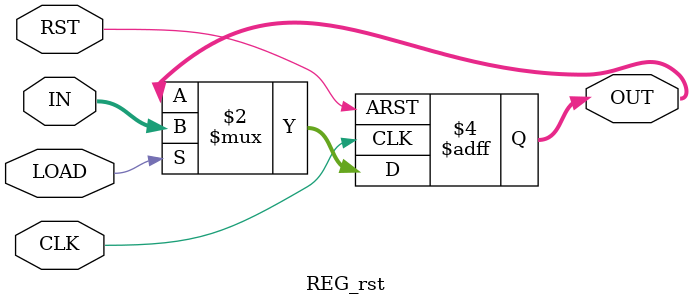
<source format=v>
module REG_rst #(parameter SIZE=64) (
  input wire[SIZE-1:0] IN,
  output reg[SIZE-1:0] OUT,
  input RST,
  input wire LOAD,
  input wire CLK
);

  always @(posedge CLK or posedge RST) begin
    if (RST)
      OUT <= {SIZE{1'b0}};
    else if (LOAD)
      OUT <= IN;
  end

endmodule
</source>
